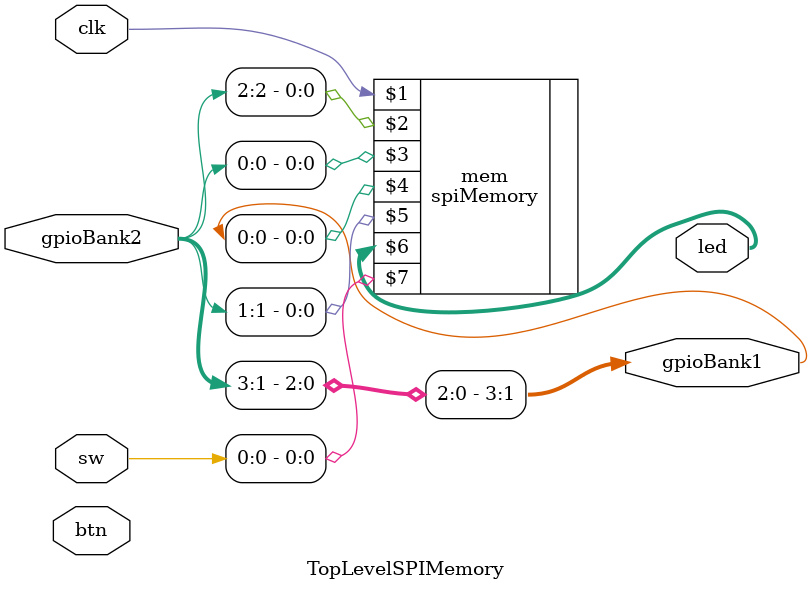
<source format=v>
module TopLevelSPIMemory(led, gpioBank1, gpioBank2, clk, sw, btn);
output[7:0] led;
output[3:0] gpioBank1;
input[3:0] gpioBank2;
input clk;
input[7:0] sw;
input[3:0] btn;

assign gpioBank1[3:1] = gpioBank2[3:1];

//spiMemory(clk, sclk_pin(13), cs_pin(10), miso_pin(12), mosi_pin(11), leds, faultinjector_pin);
spiMemory mem (clk, gpioBank2[2], gpioBank2[0], gpioBank1[0], gpioBank2[1], led, sw[0]);

endmodule

</source>
